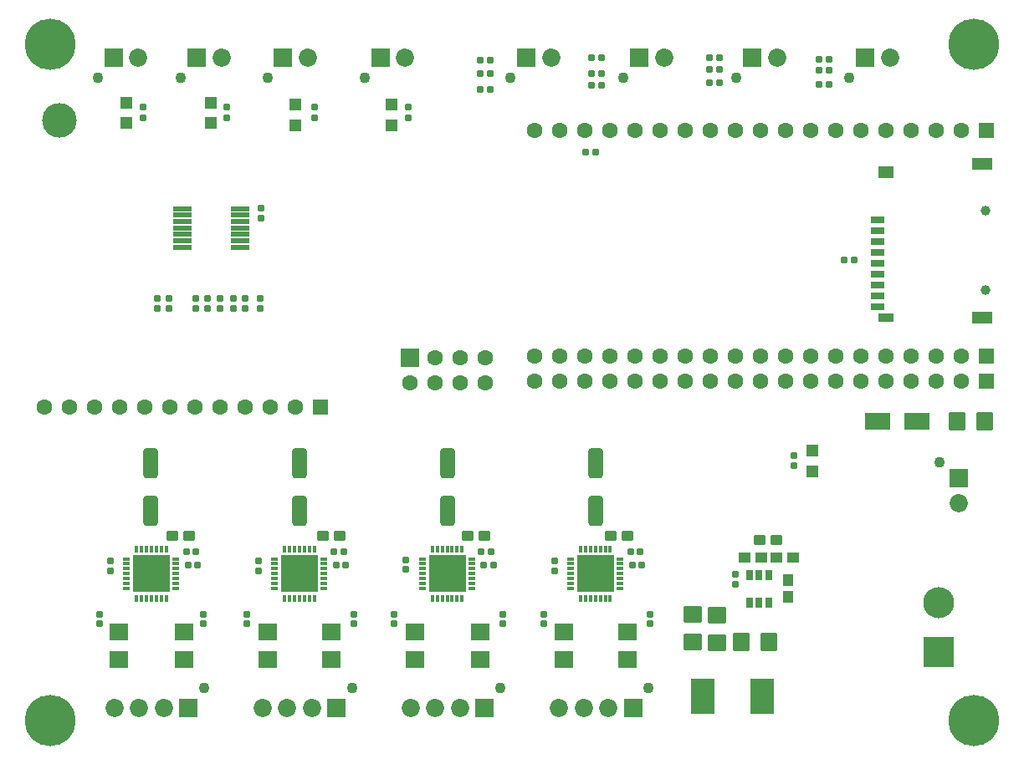
<source format=gbr>
G04 DipTrace 4.1.0.0*
G04 TopMask.gbr*
%MOIN*%
G04 #@! TF.FileFunction,Soldermask,Top*
G04 #@! TF.Part,Single*
%AMOUTLINE1*
4,1,28,
-0.029135,-0.04757,
-0.029135,0.04757,
-0.028749,0.050503,
-0.027568,0.053356,
-0.025688,0.055806,
-0.023238,0.057686,
-0.020385,0.058867,
-0.017452,0.059253,
0.017452,0.059253,
0.020385,0.058867,
0.023238,0.057686,
0.025688,0.055806,
0.027568,0.053356,
0.028749,0.050503,
0.029135,0.04757,
0.029135,-0.04757,
0.028749,-0.050503,
0.027568,-0.053356,
0.025688,-0.055806,
0.023238,-0.057686,
0.020385,-0.058867,
0.017452,-0.059253,
-0.017452,-0.059253,
-0.020385,-0.058867,
-0.023238,-0.057686,
-0.025688,-0.055806,
-0.027568,-0.053356,
-0.028749,-0.050503,
-0.029135,-0.04757,
0*%
%AMOUTLINE4*
4,1,28,
0.029135,0.04757,
0.029135,-0.04757,
0.028749,-0.050503,
0.027568,-0.053356,
0.025688,-0.055806,
0.023238,-0.057686,
0.020385,-0.058867,
0.017452,-0.059253,
-0.017452,-0.059253,
-0.020385,-0.058867,
-0.023238,-0.057686,
-0.025688,-0.055806,
-0.027568,-0.053356,
-0.028749,-0.050503,
-0.029135,-0.04757,
-0.029135,0.04757,
-0.028749,0.050503,
-0.027568,0.053356,
-0.025688,0.055806,
-0.023238,0.057686,
-0.020385,0.058867,
-0.017452,0.059253,
0.017452,0.059253,
0.020385,0.058867,
0.023238,0.057686,
0.025688,0.055806,
0.027568,0.053356,
0.028749,0.050503,
0.029135,0.04757,
0*%
%AMOUTLINE7*
4,1,28,
-0.013978,-0.005444,
-0.013978,0.005444,
-0.013739,0.007256,
-0.01299,0.009064,
-0.011799,0.010617,
-0.010245,0.011809,
-0.008437,0.012558,
-0.006625,0.012797,
0.006625,0.012797,
0.008437,0.012558,
0.010245,0.011809,
0.011799,0.010617,
0.01299,0.009064,
0.013739,0.007256,
0.013978,0.005444,
0.013978,-0.005444,
0.013739,-0.007256,
0.01299,-0.009064,
0.011799,-0.010617,
0.010245,-0.011809,
0.008437,-0.012558,
0.006625,-0.012797,
-0.006625,-0.012797,
-0.008437,-0.012558,
-0.010245,-0.011809,
-0.011799,-0.010617,
-0.01299,-0.009064,
-0.013739,-0.007256,
-0.013978,-0.005444,
0*%
%AMOUTLINE10*
4,1,28,
0.013978,0.005444,
0.013978,-0.005444,
0.013739,-0.007256,
0.01299,-0.009064,
0.011799,-0.010617,
0.010245,-0.011809,
0.008437,-0.012558,
0.006625,-0.012797,
-0.006625,-0.012797,
-0.008437,-0.012558,
-0.010245,-0.011809,
-0.011799,-0.010617,
-0.01299,-0.009064,
-0.013739,-0.007256,
-0.013978,-0.005444,
-0.013978,0.005444,
-0.013739,0.007256,
-0.01299,0.009064,
-0.011799,0.010617,
-0.010245,0.011809,
-0.008437,0.012558,
-0.006625,0.012797,
0.006625,0.012797,
0.008437,0.012558,
0.010245,0.011809,
0.011799,0.010617,
0.01299,0.009064,
0.013739,0.007256,
0.013978,0.005444,
0*%
%AMOUTLINE13*
4,1,28,
-0.005444,0.013978,
0.005444,0.013978,
0.007256,0.013739,
0.009064,0.01299,
0.010617,0.011799,
0.011809,0.010245,
0.012558,0.008437,
0.012797,0.006625,
0.012797,-0.006625,
0.012558,-0.008437,
0.011809,-0.010245,
0.010617,-0.011799,
0.009064,-0.01299,
0.007256,-0.013739,
0.005444,-0.013978,
-0.005444,-0.013978,
-0.007256,-0.013739,
-0.009064,-0.01299,
-0.010617,-0.011799,
-0.011809,-0.010245,
-0.012558,-0.008437,
-0.012797,-0.006625,
-0.012797,0.006625,
-0.012558,0.008437,
-0.011809,0.010245,
-0.010617,0.011799,
-0.009064,0.01299,
-0.007256,0.013739,
-0.005444,0.013978,
0*%
%AMOUTLINE16*
4,1,28,
0.005444,-0.013978,
-0.005444,-0.013978,
-0.007256,-0.013739,
-0.009064,-0.01299,
-0.010617,-0.011799,
-0.011809,-0.010245,
-0.012558,-0.008437,
-0.012797,-0.006625,
-0.012797,0.006625,
-0.012558,0.008437,
-0.011809,0.010245,
-0.010617,0.011799,
-0.009064,0.01299,
-0.007256,0.013739,
-0.005444,0.013978,
0.005444,0.013978,
0.007256,0.013739,
0.009064,0.01299,
0.010617,0.011799,
0.011809,0.010245,
0.012558,0.008437,
0.012797,0.006625,
0.012797,-0.006625,
0.012558,-0.008437,
0.011809,-0.010245,
0.010617,-0.011799,
0.009064,-0.01299,
0.007256,-0.013739,
0.005444,-0.013978,
0*%
%AMOUTLINE19*
4,1,28,
0.023623,0.009972,
0.023624,-0.009971,
0.023238,-0.012904,
0.022056,-0.015757,
0.020176,-0.018207,
0.017726,-0.020087,
0.014873,-0.021269,
0.011941,-0.021655,
-0.01194,-0.021655,
-0.014872,-0.021269,
-0.017725,-0.020088,
-0.020175,-0.018208,
-0.022055,-0.015758,
-0.023237,-0.012905,
-0.023623,-0.009972,
-0.023624,0.009971,
-0.023238,0.012904,
-0.022056,0.015757,
-0.020176,0.018207,
-0.017726,0.020087,
-0.014873,0.021269,
-0.011941,0.021655,
0.01194,0.021655,
0.014872,0.021269,
0.017725,0.020088,
0.020175,0.018208,
0.022055,0.015758,
0.023237,0.012905,
0.023623,0.009972,
0*%
%AMOUTLINE22*
4,1,28,
0.033466,0.026113,
0.033466,-0.026113,
0.033093,-0.028944,
0.031951,-0.031702,
0.030134,-0.034071,
0.027765,-0.035888,
0.025007,-0.03703,
0.022176,-0.037403,
-0.022176,-0.037403,
-0.025007,-0.03703,
-0.027765,-0.035888,
-0.030134,-0.034071,
-0.031951,-0.031702,
-0.033093,-0.028944,
-0.033466,-0.026113,
-0.033466,0.026113,
-0.033093,0.028944,
-0.031951,0.031702,
-0.030134,0.034071,
-0.027765,0.035888,
-0.025007,0.03703,
-0.022176,0.037403,
0.022176,0.037403,
0.025007,0.03703,
0.027765,0.035888,
0.030134,0.034071,
0.031951,0.031702,
0.033093,0.028944,
0.033466,0.026113,
0*%
%AMOUTLINE25*
4,1,28,
-0.033466,-0.026113,
-0.033466,0.026113,
-0.033093,0.028944,
-0.031951,0.031702,
-0.030134,0.034071,
-0.027765,0.035888,
-0.025007,0.03703,
-0.022176,0.037403,
0.022176,0.037403,
0.025007,0.03703,
0.027765,0.035888,
0.030134,0.034071,
0.031951,0.031702,
0.033093,0.028944,
0.033466,0.026113,
0.033466,-0.026113,
0.033093,-0.028944,
0.031951,-0.031702,
0.030134,-0.034071,
0.027765,-0.035888,
0.025007,-0.03703,
0.022176,-0.037403,
-0.022176,-0.037403,
-0.025007,-0.03703,
-0.027765,-0.035888,
-0.030134,-0.034071,
-0.031951,-0.031702,
-0.033093,-0.028944,
-0.033466,-0.026113,
0*%
%AMOUTLINE28*
4,1,28,
-0.026113,0.033466,
0.026113,0.033466,
0.028944,0.033093,
0.031702,0.031951,
0.034071,0.030134,
0.035888,0.027765,
0.03703,0.025007,
0.037403,0.022176,
0.037403,-0.022176,
0.03703,-0.025007,
0.035888,-0.027765,
0.034071,-0.030134,
0.031702,-0.031951,
0.028944,-0.033093,
0.026113,-0.033466,
-0.026113,-0.033466,
-0.028944,-0.033093,
-0.031702,-0.031951,
-0.034071,-0.030134,
-0.035888,-0.027765,
-0.03703,-0.025007,
-0.037403,-0.022176,
-0.037403,0.022176,
-0.03703,0.025007,
-0.035888,0.027765,
-0.034071,0.030134,
-0.031702,0.031951,
-0.028944,0.033093,
-0.026113,0.033466,
0*%
%AMOUTLINE31*
4,1,28,
-0.005444,0.014175,
0.005444,0.014175,
0.007154,0.01395,
0.008868,0.01324,
0.010339,0.012111,
0.011468,0.010639,
0.012178,0.008926,
0.012403,0.007216,
0.012403,-0.007216,
0.012178,-0.008926,
0.011468,-0.010639,
0.010339,-0.012111,
0.008868,-0.01324,
0.007154,-0.01395,
0.005444,-0.014175,
-0.005444,-0.014175,
-0.007154,-0.01395,
-0.008868,-0.01324,
-0.010339,-0.012111,
-0.011468,-0.010639,
-0.012178,-0.008926,
-0.012403,-0.007216,
-0.012403,0.007216,
-0.012178,0.008926,
-0.011468,0.010639,
-0.010339,0.012111,
-0.008868,0.01324,
-0.007154,0.01395,
-0.005444,0.014175,
0*%
%AMOUTLINE34*
4,1,28,
0.005444,-0.014175,
-0.005444,-0.014175,
-0.007154,-0.01395,
-0.008868,-0.01324,
-0.010339,-0.012111,
-0.011468,-0.010639,
-0.012178,-0.008926,
-0.012403,-0.007216,
-0.012403,0.007216,
-0.012178,0.008926,
-0.011468,0.010639,
-0.010339,0.012111,
-0.008868,0.01324,
-0.007154,0.01395,
-0.005444,0.014175,
0.005444,0.014175,
0.007154,0.01395,
0.008868,0.01324,
0.010339,0.012111,
0.011468,0.010639,
0.012178,0.008926,
0.012403,0.007216,
0.012403,-0.007216,
0.012178,-0.008926,
0.011468,-0.010639,
0.010339,-0.012111,
0.008868,-0.01324,
0.007154,-0.01395,
0.005444,-0.014175,
0*%
%AMOUTLINE37*
4,1,28,
0.014175,0.005444,
0.014175,-0.005444,
0.01395,-0.007154,
0.01324,-0.008868,
0.012111,-0.010339,
0.010639,-0.011468,
0.008926,-0.012178,
0.007216,-0.012403,
-0.007216,-0.012403,
-0.008926,-0.012178,
-0.010639,-0.011468,
-0.012111,-0.010339,
-0.01324,-0.008868,
-0.01395,-0.007154,
-0.014175,-0.005444,
-0.014175,0.005444,
-0.01395,0.007154,
-0.01324,0.008868,
-0.012111,0.010339,
-0.010639,0.011468,
-0.008926,0.012178,
-0.007216,0.012403,
0.007216,0.012403,
0.008926,0.012178,
0.010639,0.011468,
0.012111,0.010339,
0.01324,0.008868,
0.01395,0.007154,
0.014175,0.005444,
0*%
%AMOUTLINE40*
4,1,28,
-0.014175,-0.005444,
-0.014175,0.005444,
-0.01395,0.007154,
-0.01324,0.008868,
-0.012111,0.010339,
-0.010639,0.011468,
-0.008926,0.012178,
-0.007216,0.012403,
0.007216,0.012403,
0.008926,0.012178,
0.010639,0.011468,
0.012111,0.010339,
0.01324,0.008868,
0.01395,0.007154,
0.014175,0.005444,
0.014175,-0.005444,
0.01395,-0.007154,
0.01324,-0.008868,
0.012111,-0.010339,
0.010639,-0.011468,
0.008926,-0.012178,
0.007216,-0.012403,
-0.007216,-0.012403,
-0.008926,-0.012178,
-0.010639,-0.011468,
-0.012111,-0.010339,
-0.01324,-0.008868,
-0.01395,-0.007154,
-0.014175,-0.005444,
0*%
%ADD49R,0.027559X0.011811*%
%ADD50R,0.011811X0.027559*%
%ADD51R,0.145669X0.145669*%
%ADD60C,0.043307*%
%ADD61C,0.137795*%
%ADD62C,0.03937*%
%ADD72R,0.027562X0.04331*%
%ADD74R,0.074806X0.019688*%
%ADD82C,0.12394*%
%ADD84R,0.12394X0.12394*%
%ADD86R,0.059058X0.035436*%
%ADD88R,0.059058X0.051184*%
%ADD90R,0.08268X0.051184*%
%ADD92R,0.055121X0.031499*%
%ADD94R,0.047247X0.04331*%
%ADD96R,0.04331X0.047247*%
%ADD98R,0.074806X0.066932*%
%ADD100C,0.20394*%
%ADD102R,0.051184X0.051184*%
%ADD104R,0.09646X0.141735*%
%ADD106C,0.062995*%
%ADD108R,0.07394X0.07394*%
%ADD110C,0.062995*%
%ADD112R,0.062995X0.062995*%
%ADD114C,0.072838*%
%ADD116R,0.072838X0.072838*%
%ADD118R,0.102365X0.070869*%
%ADD124OUTLINE1*%
%ADD127OUTLINE4*%
%ADD130OUTLINE7*%
%ADD133OUTLINE10*%
%ADD136OUTLINE13*%
%ADD139OUTLINE16*%
%ADD142OUTLINE19*%
%ADD145OUTLINE22*%
%ADD148OUTLINE25*%
%ADD151OUTLINE28*%
%ADD154OUTLINE31*%
%ADD157OUTLINE34*%
%ADD160OUTLINE37*%
%ADD163OUTLINE40*%
%FSLAX26Y26*%
G04*
G70*
G90*
G75*
G01*
G04 TopMask*
%LPD*%
D124*
X922000Y1358512D3*
D127*
Y1547488D3*
D130*
X720772Y906205D3*
D133*
Y944787D3*
D130*
X1134157Y906205D3*
D133*
Y944787D3*
D136*
X1065709Y1195000D3*
D139*
X1104291D3*
D124*
X1516047Y1358512D3*
D127*
Y1547488D3*
D130*
X1307386Y906205D3*
D133*
Y944787D3*
D130*
X1732583Y906205D3*
D133*
Y944787D3*
D136*
X1654236Y1194000D3*
D139*
X1692819D3*
X1110291Y1141500D3*
D136*
X1071709D3*
D139*
X1699791D3*
D136*
X1661209D3*
D142*
X1074965Y1259001D3*
X1008035Y1258999D3*
D130*
X763500Y1117709D3*
D133*
Y1156291D3*
D142*
X1676465Y1256000D3*
X1609535D3*
D130*
X1353130Y1117709D3*
D133*
Y1156291D3*
D145*
X4244787Y1712751D3*
X4134551D3*
D124*
X2106598Y1358512D3*
D127*
Y1547488D3*
D130*
X1894000Y906205D3*
D133*
Y944787D3*
D130*
X2327071Y906205D3*
D133*
Y944787D3*
D136*
X2240850Y1194000D3*
D139*
X2279433D3*
D124*
X2697150Y1358512D3*
D127*
Y1547488D3*
D130*
X2488488Y906205D3*
D133*
Y944787D3*
D130*
X2911717Y906205D3*
D133*
Y944787D3*
D136*
X2835339Y1194000D3*
D139*
X2873921D3*
X2289433Y1140000D3*
D136*
X2250850D3*
D139*
X2880421Y1141500D3*
D136*
X2841839D3*
X3687209Y2356500D3*
D139*
X3725791D3*
D142*
X2252024Y1259000D3*
X2185094D3*
D130*
X1938244Y1123709D3*
D133*
Y1162291D3*
D142*
X2823528Y1259000D3*
X2756598D3*
D130*
X2531732Y1117709D3*
D133*
Y1156291D3*
D130*
X1363772Y2524685D3*
D133*
Y2563268D3*
D139*
X3625793Y3112751D3*
D136*
X3587210Y3112750D3*
D139*
X3188291Y3119000D3*
D136*
X3149709D3*
D133*
X3253154Y1102865D3*
D130*
Y1064282D3*
D139*
X2719294Y3100250D3*
D136*
X2680711Y3100249D3*
D139*
X2275791D3*
D136*
X2237209D3*
D148*
X3274807Y833573D3*
X3385043D3*
D151*
X3180319Y939873D3*
Y829636D3*
X3081894Y943810D3*
Y833573D3*
D142*
X3416539Y1241054D3*
X3349610D3*
D118*
X3975693Y1712751D3*
X3818213D3*
D116*
X1073134Y571165D3*
D114*
X974709D3*
X876283D3*
X777858D3*
D60*
X1136126Y649906D3*
D116*
X1663685Y571165D3*
D114*
X1565260D3*
X1466835D3*
X1368409D3*
D60*
X1726677Y649906D3*
D112*
X4253054Y1874376D3*
D110*
X4153054Y1874372D3*
X4053054Y1874368D3*
X3953054Y1874365D3*
X3853054Y1874361D3*
X3753054Y1874357D3*
X3653054Y1874354D3*
X3553054Y1874350D3*
X3453054Y1874346D3*
X3353054Y1874343D3*
X3253054Y1874339D3*
X3153054Y1874335D3*
X3053054Y1874332D3*
X2953054Y1874328D3*
X2853054Y1874324D3*
X2753054Y1874320D3*
X2653054Y1874317D3*
X2553054Y1874313D3*
X2453054Y1874309D3*
D112*
X4253054Y1974376D3*
D110*
X4153054Y1974372D3*
X4053054Y1974368D3*
X3953054Y1974365D3*
X3853054Y1974361D3*
X3753054Y1974357D3*
X3653054Y1974354D3*
X3553054Y1974350D3*
X3453054Y1974346D3*
X3353054Y1974343D3*
X3253054Y1974339D3*
X3153054Y1974335D3*
X3053054Y1974332D3*
X2953054Y1974328D3*
X2853054Y1974324D3*
X2753054Y1974320D3*
X2653054Y1974317D3*
X2553054Y1974313D3*
X2453054Y1974309D3*
D112*
X4253054Y2874376D3*
D110*
X4153054Y2874372D3*
X4053054Y2874368D3*
X3953054Y2874365D3*
X3853054Y2874361D3*
X3753054Y2874357D3*
X3653054Y2874354D3*
X3553054Y2874350D3*
X3453054Y2874346D3*
X3353054Y2874343D3*
X3253054Y2874339D3*
X3153054Y2874335D3*
X3053054Y2874332D3*
X2953054Y2874328D3*
X2853054Y2874324D3*
X2753054Y2874320D3*
X2653054Y2874317D3*
X2553054Y2874313D3*
X2453054Y2874309D3*
D116*
X2254236Y571165D3*
D114*
X2155811D3*
X2057386D3*
X1958961D3*
D60*
X2317228Y649906D3*
D116*
X2844787Y571165D3*
D114*
X2746362D3*
X2647937D3*
X2549512D3*
D60*
X2907780Y649906D3*
D116*
X1451037Y3164274D3*
D114*
X1549462D3*
D60*
X1388045Y3085534D3*
D116*
X1107248Y3164273D3*
D114*
X1205673Y3164275D3*
D60*
X1044257Y3085532D3*
D116*
X776037Y3164274D3*
D114*
X874462D3*
D60*
X713045Y3085534D3*
D116*
X1838538Y3164274D3*
D114*
X1936963D3*
D60*
X1775546Y3085534D3*
D116*
X3769787Y3164274D3*
D114*
X3868213D3*
D60*
X3706795Y3085534D3*
D116*
X3319787Y3164274D3*
D114*
X3418213D3*
D60*
X3256795Y3085534D3*
D116*
X2869787Y3164274D3*
D114*
X2968213D3*
D60*
X2806795Y3085534D3*
D116*
X2419789Y3164274D3*
D114*
X2518214D3*
D60*
X2356797Y3085534D3*
D116*
X4144000Y1486963D3*
D114*
Y1388538D3*
D60*
X4065260Y1549955D3*
D108*
X1954790Y1968989D3*
D106*
X1954798Y1868989D3*
X2054790Y1968996D3*
X2054798Y1868996D3*
X2154790Y1969004D3*
X2154798Y1869004D3*
X2254790Y1969011D3*
X2254798Y1869011D3*
D104*
X3360437Y617038D3*
X3122248D3*
D102*
X1500249Y2894244D3*
Y2976921D3*
X825249Y2902661D3*
Y2985339D3*
X1881500Y2894244D3*
Y2976921D3*
X1162749Y2902661D3*
Y2985339D3*
X3559993Y1515161D3*
Y1597839D3*
D100*
X521953Y521953D3*
Y3218803D3*
X4203055D3*
Y521953D3*
D112*
X1600255Y1771215D3*
D110*
X1500255D3*
X1400255D3*
X1300255D3*
X1200255D3*
X1100255D3*
X1000255D3*
X900255D3*
X800264D3*
X700264D3*
X600264D3*
X500264D3*
D61*
X558123Y2912948D3*
D154*
X2654974Y2787751D3*
D157*
X2695525D3*
D98*
X1055418Y764079D3*
X1055416Y874315D3*
X795576Y764079D3*
X795574Y874315D3*
X1644441Y764079D3*
Y874315D3*
X1388642Y764079D3*
Y874315D3*
X2235781Y764079D3*
Y874315D3*
X1977190Y764079D3*
Y874315D3*
X2824068Y764079D3*
Y874315D3*
X2569493Y764079D3*
Y874315D3*
D160*
X1299606Y2204283D3*
D163*
Y2163732D3*
D160*
X1199587Y2204283D3*
D163*
Y2163732D3*
D160*
X1103134Y2204283D3*
D163*
Y2163732D3*
D154*
X3586226Y3056500D3*
D157*
X3626777D3*
D154*
X3148724Y3062751D3*
D157*
X3189276D3*
D160*
X996537Y2204283D3*
D163*
Y2163732D3*
D154*
X3586226Y3156500D3*
D157*
X3626777D3*
D154*
X3148723Y3164273D3*
D157*
X3189274Y3164275D3*
D163*
X1358555Y2163732D3*
D160*
Y2204283D3*
D163*
X1252770Y2163732D3*
D160*
Y2204283D3*
D163*
X1148407Y2163732D3*
D160*
Y2204283D3*
D163*
X950102Y2163732D3*
D160*
Y2204283D3*
X1575251Y2966045D3*
D163*
Y2925493D3*
D160*
X894001Y2966045D3*
D163*
Y2925493D3*
D160*
X1950249Y2966045D3*
D163*
Y2925493D3*
D160*
X1225251Y2966045D3*
D163*
Y2925493D3*
D154*
X2679727Y3054530D3*
D157*
X2720278D3*
D154*
X2236224Y3037749D3*
D157*
X2276776D3*
D154*
X2679727Y3164274D3*
D157*
X2720278D3*
D154*
X2236224Y3154136D3*
D157*
X2276776D3*
D96*
X3461815Y1081605D3*
Y1014676D3*
D160*
X3484993Y1576776D3*
D163*
Y1536224D3*
D94*
X3357484Y1170188D3*
X3290555D3*
X3483469D3*
X3416539D3*
D92*
X3819591Y2517882D3*
Y2474575D3*
Y2431268D3*
Y2387961D3*
Y2344654D3*
Y2301346D3*
Y2258039D3*
Y2214732D3*
Y2171425D3*
D90*
X4234945Y2739142D3*
D88*
X3853055Y2706071D3*
D86*
Y2128118D3*
D90*
X4234945D3*
D62*
X4250693Y2238748D3*
Y2553709D3*
D84*
X4064029Y793705D3*
D82*
Y990555D3*
D49*
X1023915Y1047545D3*
Y1067230D3*
Y1086915D3*
Y1106600D3*
Y1126285D3*
Y1145970D3*
Y1165656D3*
D50*
X984549Y1205027D3*
X964864D3*
X945179D3*
X925494D3*
X905809D3*
X886124D3*
X866439D3*
D49*
X827068Y1165656D3*
Y1145970D3*
Y1126285D3*
Y1106600D3*
Y1086915D3*
Y1067230D3*
Y1047545D3*
D50*
X866439Y1008179D3*
X886124D3*
X905809D3*
X925494D3*
X945179D3*
X964864D3*
X984549D3*
D51*
X925494Y1106600D3*
D49*
X1614469Y1047546D3*
Y1067231D3*
X1614468Y1086916D3*
Y1106601D3*
X1614467Y1126286D3*
Y1145971D3*
X1614466Y1165656D3*
D50*
X1575099Y1205027D3*
X1555414Y1205026D3*
X1535729D3*
X1516044Y1205025D3*
X1496359D3*
X1476674D3*
X1456989Y1205024D3*
D49*
X1417619Y1165652D3*
Y1145967D3*
X1417620Y1126282D3*
Y1106597D3*
Y1086912D3*
X1417621Y1067227D3*
Y1047542D3*
D50*
X1456993Y1008176D3*
X1476679Y1008177D3*
X1496364D3*
X1516049Y1008178D3*
X1535734D3*
X1555419Y1008179D3*
X1575104D3*
D51*
X1516046Y1106599D3*
D49*
X2203213Y1047545D3*
Y1067230D3*
Y1086915D3*
Y1106600D3*
Y1126285D3*
Y1145970D3*
Y1165656D3*
D50*
X2163847Y1205027D3*
X2144162D3*
X2124477D3*
X2104792D3*
X2085107D3*
X2065422D3*
X2045737D3*
D49*
X2006365Y1165656D3*
Y1145970D3*
Y1126285D3*
Y1106600D3*
Y1086915D3*
Y1067230D3*
Y1047545D3*
D50*
X2045737Y1008179D3*
X2065422D3*
X2085107D3*
X2104792D3*
X2124477D3*
X2144162D3*
X2163847D3*
D51*
X2104792Y1106600D3*
D49*
X2793767Y1047546D3*
X2793766Y1067231D3*
Y1086916D3*
Y1106601D3*
X2793765Y1126286D3*
Y1145971D3*
X2793764Y1165656D3*
D50*
X2754397Y1205027D3*
X2734712Y1205026D3*
X2715027D3*
X2695342Y1205025D3*
X2675657D3*
X2655972D3*
X2636287Y1205024D3*
D49*
X2596917Y1165652D3*
Y1145967D3*
Y1126282D3*
X2596918Y1106597D3*
Y1086912D3*
X2596919Y1067227D3*
Y1047542D3*
D50*
X2636291Y1008176D3*
X2655976Y1008177D3*
X2675661D3*
X2695347Y1008178D3*
X2715032D3*
X2734717Y1008179D3*
X2754402D3*
D51*
X2695344Y1106599D3*
D74*
X1050171Y2562185D3*
Y2536594D3*
Y2511004D3*
Y2485413D3*
Y2459823D3*
Y2434232D3*
X1050178Y2408642D3*
X1278517D3*
Y2434232D3*
Y2459823D3*
Y2485413D3*
Y2511004D3*
Y2536594D3*
Y2562185D3*
D72*
X3310240Y992038D3*
X3347642D3*
X3385043D3*
Y1100306D3*
X3347642D3*
X3310240D3*
M02*

</source>
